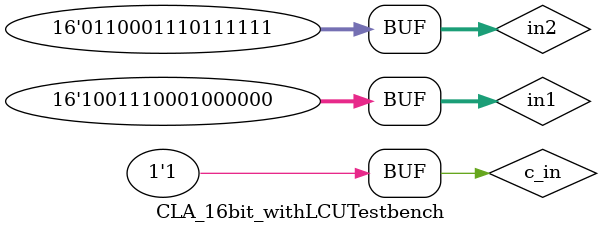
<source format=v>
`timescale 1ns / 1ps

/*
    Assignment Number: 3
    Problem Number: 2 Carry Look-ahead Adder
    Semester Number: 5
    Group Number: 22 
    Group Members: Nikhil Saraswat(20CS10039), Amit Kumar (20CS30003)
*/
//////////////////////////////////////////////////////////////////////////////////

module CLA_16bit_withLCUTestbench;

	// Outputs
	wire [15:0] sum;
	wire c_out, p, g;


	// Inputs
	reg [15:0] in1 , in2;
	reg c_in;

	// Instantiate the Unit Under Test (UUT)
	CLA_16bit_withLCU uut ( .in1(in1), .in2(in2), .c_in(c_in), .sum(sum), .c_out(c_out), .p(p), .g(g) );

	initial begin
		$monitor ("in1 = %d, in2 = %d, c_in = %d, c_out = %d, sum = %d", in1, in2, c_in, c_out, sum);
		// Initialize Inputs
		in1 = 16'd3745; in2 = 16'd16285; c_in = 0;
		#100;
		in1 = 16'd16285; in2 = 16'd3745; c_in = 1;
		#100;
		in1 = 16'd25000; in2 = 16'd40535; c_in = 0;
		#100;
		in1 = 16'd25535; in2 = 16'd40000; c_in = 0;
		#100;
		in1 = 16'd40000; in2 = 16'd25535; c_in = 1;
	end
      
endmodule

</source>
